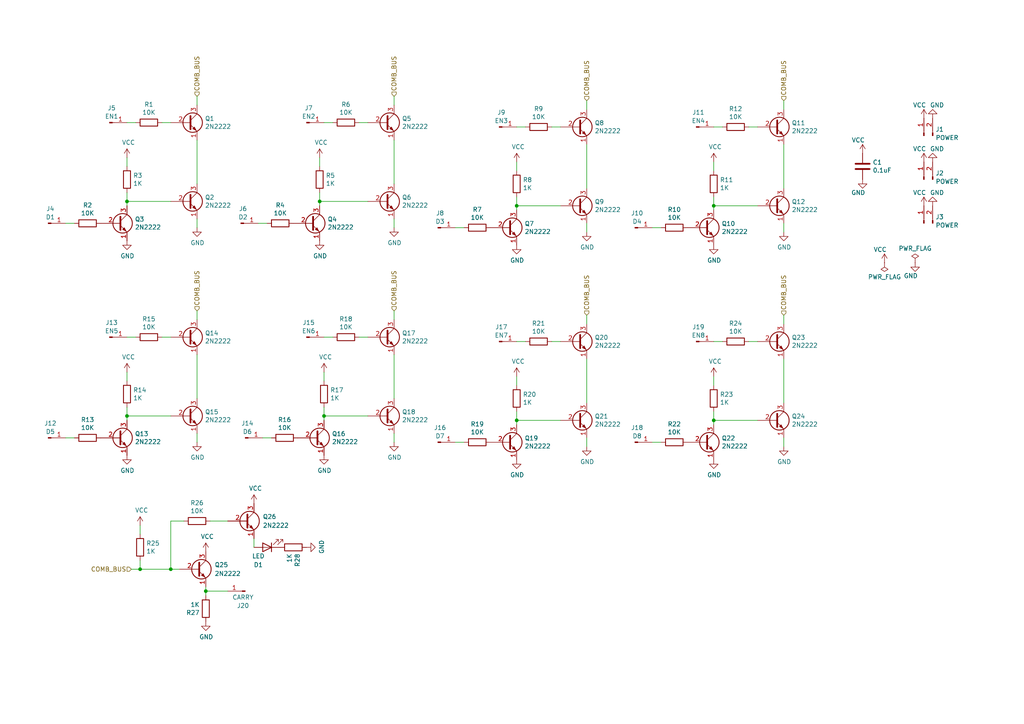
<source format=kicad_sch>
(kicad_sch (version 20230121) (generator eeschema)
  (paper "A4")
  (title_block (title "Carry Out Selector") (date "2023-09-14") (rev "1"))
  (lib_symbols
    (symbol "2n2222:2N2222" (pin_names (offset 0) hide)
      (property "Reference" "Q" (at 5.08 1.905 0))
      (property "Value" "2N2222" (at 5.08 0 0))
      (symbol "2N2222_0_1"
        (polyline (pts (xy 0.635 0.635) (xy 2.54 2.54)))
        (polyline (pts (xy 0.635 -0.635) (xy 2.54 -2.54) (xy 2.54 -2.54)))
        (polyline (pts (xy 0.635 1.905) (xy 0.635 -1.905) (xy 0.635 -1.905)) (stroke (width 0.508)))
        (polyline (pts (xy 1.27 -1.778) (xy 1.778 -1.27) (xy 2.286 -2.286) (xy 1.27 -1.778) (xy 1.27 -1.778)) (fill (type outline)))
        (circle (center 1.27 0) (radius 2.8194) (stroke (width 0.254)))
      )
      (symbol "2N2222_1_1"
        (pin passive line (at 2.54 -5.08 90) (length 2.54) (name "E") (number "1"))
        (pin passive line (at -5.08 0 0) (length 5.715) (name "B") (number "2"))
        (pin passive line (at 2.54 5.08 270) (length 2.54) (name "C") (number "3"))
      )
    )
    (symbol "Connector:Conn_01x01_Pin" (pin_names (offset 1.016) hide)
      (property "Reference" "J" (at 0 2.54 0))
      (property "Value" "Conn_01x01_Pin" (at 0 -2.54 0))
      (symbol "Conn_01x01_Pin_1_1"
        (polyline (pts (xy 1.27 0) (xy 0.8636 0)) (stroke (width 0.1524)))
        (rectangle (start 0.8636 0.127) (end 0 -0.127) (stroke (width 0.1524)) (fill (type outline)))
        (pin passive line (at 5.08 0 180) (length 3.81) (name "Pin_1") (number "1"))
      )
    )
    (symbol "Connector:Conn_01x02_Pin" (pin_names (offset 1.016) hide)
      (property "Reference" "J" (at 0 2.54 0))
      (property "Value" "Conn_01x02_Pin" (at 0 -5.08 0))
      (symbol "Conn_01x02_Pin_1_1"
        (polyline (pts (xy 1.27 -2.54) (xy 0.8636 -2.54)) (stroke (width 0.1524)))
        (polyline (pts (xy 1.27 0) (xy 0.8636 0)) (stroke (width 0.1524)))
        (rectangle (start 0.8636 -2.413) (end 0 -2.667) (stroke (width 0.1524)) (fill (type outline)))
        (rectangle (start 0.8636 0.127) (end 0 -0.127) (stroke (width 0.1524)) (fill (type outline)))
        (pin passive line (at 5.08 0 180) (length 3.81) (name "Pin_1") (number "1"))
        (pin passive line (at 5.08 -2.54 180) (length 3.81) (name "Pin_2") (number "2"))
      )
    )
    (symbol "Device:C" (pin_numbers hide) (pin_names (offset 0.254))
      (property "Reference" "C" (at 0.635 2.54 0))
      (property "Value" "C" (at 0.635 -2.54 0))
      (symbol "C_0_1"
        (polyline (pts (xy -2.032 -0.762) (xy 2.032 -0.762)) (stroke (width 0.508)))
        (polyline (pts (xy -2.032 0.762) (xy 2.032 0.762)) (stroke (width 0.508)))
      )
      (symbol "C_1_1"
        (pin passive line (at 0 3.81 270) (length 2.794) (name "~") (number "1"))
        (pin passive line (at 0 -3.81 90) (length 2.794) (name "~") (number "2"))
      )
    )
    (symbol "Device:LED" (pin_numbers hide) (pin_names (offset 1.016) hide)
      (property "Reference" "D" (at 0 2.54 0))
      (property "Value" "LED" (at 0 -2.54 0))
      (symbol "LED_0_1"
        (polyline (pts (xy -1.27 -1.27) (xy -1.27 1.27)) (stroke (width 0.254)))
        (polyline (pts (xy -1.27 0) (xy 1.27 0)))
        (polyline (pts (xy 1.27 -1.27) (xy 1.27 1.27) (xy -1.27 0) (xy 1.27 -1.27)) (stroke (width 0.254)))
        (polyline (pts (xy -3.048 -0.762) (xy -4.572 -2.286) (xy -3.81 -2.286) (xy -4.572 -2.286) (xy -4.572 -1.524)))
        (polyline (pts (xy -1.778 -0.762) (xy -3.302 -2.286) (xy -2.54 -2.286) (xy -3.302 -2.286) (xy -3.302 -1.524)))
      )
      (symbol "LED_1_1"
        (pin passive line (at -3.81 0 0) (length 2.54) (name "K") (number "1"))
        (pin passive line (at 3.81 0 180) (length 2.54) (name "A") (number "2"))
      )
    )
    (symbol "Device:R" (pin_numbers hide) (pin_names (offset 0))
      (property "Reference" "R" (at 2.032 0 90))
      (property "Value" "R" (at 0 0 90))
      (symbol "R_0_1"
        (rectangle (start -1.016 -2.54) (end 1.016 2.54) (stroke (width 0.254)))
      )
      (symbol "R_1_1"
        (pin passive line (at 0 3.81 270) (length 1.27) (name "~") (number "1"))
        (pin passive line (at 0 -3.81 90) (length 1.27) (name "~") (number "2"))
      )
    )
    (symbol "power:GND" (power) (pin_names (offset 0))
      (property "Value" "GND" (at 0 -3.81 0))
      (symbol "GND_0_1"
        (polyline (pts (xy 0 0) (xy 0 -1.27) (xy 1.27 -1.27) (xy 0 -2.54) (xy -1.27 -1.27) (xy 0 -1.27)))
      )
      (symbol "GND_1_1"
        (pin power_in line (at 0 0 270) (length 0) hide (name "GND") (number "1"))
      )
    )
    (symbol "power:PWR_FLAG" (power) (pin_numbers hide) (pin_names (offset 0) hide)
      (property "Value" "PWR_FLAG" (at 0 3.81 0))
      (symbol "PWR_FLAG_0_0"
        (pin power_out line (at 0 0 90) (length 0) (name "pwr") (number "1"))
      )
      (symbol "PWR_FLAG_0_1"
        (polyline (pts (xy 0 0) (xy 0 1.27) (xy -1.016 1.905) (xy 0 2.54) (xy 1.016 1.905) (xy 0 1.27)))
      )
    )
    (symbol "power:VCC" (power) (pin_names (offset 0))
      (property "Value" "VCC" (at 0 3.81 0))
      (symbol "VCC_0_1"
        (polyline (pts (xy -0.762 1.27) (xy 0 2.54)))
        (polyline (pts (xy 0 0) (xy 0 2.54)))
        (polyline (pts (xy 0 2.54) (xy 0.762 1.27)))
      )
      (symbol "VCC_1_1"
        (pin power_in line (at 0 0 90) (length 0) hide (name "VCC") (number "1"))
      )
    )
  )
  (junction (at 59.69 171.45))
  (junction (at 36.83 58.42))
  (junction (at 40.64 165.1))
  (junction (at 149.86 121.92))
  (junction (at 92.71 58.42))
  (junction (at 207.01 121.92))
  (junction (at 207.01 59.69))
  (junction (at 49.53 165.1))
  (junction (at 93.98 120.65))
  (junction (at 149.86 59.69))
  (junction (at 36.83 120.65))
  (wire (pts (xy 92.71 58.42) (xy 106.68 58.42)))
  (wire (pts (xy 149.86 36.83) (xy 152.4 36.83)))
  (wire (pts (xy 170.18 29.21) (xy 170.18 31.75)))
  (wire (pts (xy 40.64 154.94) (xy 40.64 152.4)))
  (wire (pts (xy 207.01 59.69) (xy 207.01 60.96)))
  (wire (pts (xy 227.33 41.91) (xy 227.33 54.61)))
  (wire (pts (xy 92.71 48.26) (xy 92.71 45.72)))
  (wire (pts (xy 78.74 127) (xy 76.2 127)))
  (wire (pts (xy 227.33 91.44) (xy 227.33 93.98)))
  (wire (pts (xy 36.83 35.56) (xy 39.37 35.56)))
  (wire (pts (xy 104.14 35.56) (xy 106.68 35.56)))
  (wire (pts (xy 149.86 49.53) (xy 149.86 46.99)))
  (wire (pts (xy 160.02 36.83) (xy 162.56 36.83)))
  (wire (pts (xy 60.96 151.13) (xy 66.04 151.13)))
  (wire (pts (xy 93.98 110.49) (xy 93.98 107.95)))
  (wire (pts (xy 36.83 58.42) (xy 49.53 58.42)))
  (wire (pts (xy 59.69 170.18) (xy 59.69 171.45)))
  (wire (pts (xy 170.18 64.77) (xy 170.18 67.31)))
  (wire (pts (xy 191.77 128.27) (xy 189.23 128.27)))
  (wire (pts (xy 40.64 165.1) (xy 49.53 165.1)))
  (wire (pts (xy 207.01 119.38) (xy 207.01 121.92)))
  (wire (pts (xy 227.33 104.14) (xy 227.33 116.84)))
  (wire (pts (xy 207.01 121.92) (xy 219.71 121.92)))
  (wire (pts (xy 93.98 120.65) (xy 106.68 120.65)))
  (wire (pts (xy 149.86 119.38) (xy 149.86 121.92)))
  (wire (pts (xy 46.99 35.56) (xy 49.53 35.56)))
  (wire (pts (xy 217.17 36.83) (xy 219.71 36.83)))
  (wire (pts (xy 149.86 57.15) (xy 149.86 59.69)))
  (wire (pts (xy 36.83 120.65) (xy 49.53 120.65)))
  (wire (pts (xy 92.71 55.88) (xy 92.71 58.42)))
  (wire (pts (xy 36.83 58.42) (xy 36.83 59.69)))
  (wire (pts (xy 38.1 165.1) (xy 40.64 165.1)))
  (wire (pts (xy 104.14 97.79) (xy 106.68 97.79)))
  (wire (pts (xy 93.98 120.65) (xy 93.98 121.92)))
  (wire (pts (xy 207.01 59.69) (xy 219.71 59.69)))
  (wire (pts (xy 93.98 118.11) (xy 93.98 120.65)))
  (wire (pts (xy 170.18 127) (xy 170.18 129.54)))
  (wire (pts (xy 170.18 104.14) (xy 170.18 116.84)))
  (wire (pts (xy 57.15 102.87) (xy 57.15 115.57)))
  (wire (pts (xy 191.77 66.04) (xy 189.23 66.04)))
  (wire (pts (xy 49.53 151.13) (xy 53.34 151.13)))
  (wire (pts (xy 149.86 121.92) (xy 149.86 123.19)))
  (wire (pts (xy 36.83 55.88) (xy 36.83 58.42)))
  (wire (pts (xy 57.15 40.64) (xy 57.15 53.34)))
  (wire (pts (xy 114.3 90.17) (xy 114.3 92.71)))
  (wire (pts (xy 52.07 165.1) (xy 49.53 165.1)))
  (wire (pts (xy 149.86 99.06) (xy 152.4 99.06)))
  (wire (pts (xy 59.69 171.45) (xy 59.69 172.72)))
  (wire (pts (xy 40.64 165.1) (xy 40.64 162.56)))
  (wire (pts (xy 36.83 97.79) (xy 39.37 97.79)))
  (wire (pts (xy 160.02 99.06) (xy 162.56 99.06)))
  (wire (pts (xy 170.18 91.44) (xy 170.18 93.98)))
  (wire (pts (xy 227.33 29.21) (xy 227.33 31.75)))
  (wire (pts (xy 207.01 121.92) (xy 207.01 123.19)))
  (wire (pts (xy 207.01 36.83) (xy 209.55 36.83)))
  (wire (pts (xy 149.86 59.69) (xy 162.56 59.69)))
  (wire (pts (xy 57.15 125.73) (xy 57.15 128.27)))
  (wire (pts (xy 92.71 58.42) (xy 92.71 59.69)))
  (wire (pts (xy 57.15 63.5) (xy 57.15 66.04)))
  (wire (pts (xy 21.59 64.77) (xy 19.05 64.77)))
  (wire (pts (xy 114.3 125.73) (xy 114.3 128.27)))
  (wire (pts (xy 207.01 99.06) (xy 209.55 99.06)))
  (wire (pts (xy 36.83 110.49) (xy 36.83 107.95)))
  (wire (pts (xy 93.98 35.56) (xy 96.52 35.56)))
  (wire (pts (xy 114.3 63.5) (xy 114.3 66.04)))
  (wire (pts (xy 207.01 111.76) (xy 207.01 109.22)))
  (wire (pts (xy 59.69 171.45) (xy 66.04 171.45)))
  (wire (pts (xy 207.01 57.15) (xy 207.01 59.69)))
  (wire (pts (xy 21.59 127) (xy 19.05 127)))
  (wire (pts (xy 73.66 156.21) (xy 73.66 158.75)))
  (wire (pts (xy 57.15 90.17) (xy 57.15 92.71)))
  (wire (pts (xy 36.83 48.26) (xy 36.83 45.72)))
  (wire (pts (xy 57.15 27.94) (xy 57.15 30.48)))
  (wire (pts (xy 114.3 27.94) (xy 114.3 30.48)))
  (wire (pts (xy 36.83 120.65) (xy 36.83 121.92)))
  (wire (pts (xy 149.86 59.69) (xy 149.86 60.96)))
  (wire (pts (xy 207.01 49.53) (xy 207.01 46.99)))
  (wire (pts (xy 227.33 127) (xy 227.33 129.54)))
  (wire (pts (xy 134.62 128.27) (xy 132.08 128.27)))
  (wire (pts (xy 170.18 41.91) (xy 170.18 54.61)))
  (wire (pts (xy 149.86 121.92) (xy 162.56 121.92)))
  (wire (pts (xy 93.98 97.79) (xy 96.52 97.79)))
  (wire (pts (xy 77.47 64.77) (xy 74.93 64.77)))
  (wire (pts (xy 114.3 40.64) (xy 114.3 53.34)))
  (wire (pts (xy 36.83 118.11) (xy 36.83 120.65)))
  (wire (pts (xy 149.86 111.76) (xy 149.86 109.22)))
  (wire (pts (xy 134.62 66.04) (xy 132.08 66.04)))
  (wire (pts (xy 217.17 99.06) (xy 219.71 99.06)))
  (wire (pts (xy 114.3 102.87) (xy 114.3 115.57)))
  (wire (pts (xy 46.99 97.79) (xy 49.53 97.79)))
  (wire (pts (xy 227.33 64.77) (xy 227.33 67.31)))
  (wire (pts (xy 49.53 165.1) (xy 49.53 151.13)))
  (hierarchical_label "COMB_BUS" (shape input) (at 57.15 27.94 90))
  (hierarchical_label "COMB_BUS" (shape input) (at 38.1 165.1 180))
  (hierarchical_label "COMB_BUS" (shape input) (at 114.3 90.17 90))
  (hierarchical_label "COMB_BUS" (shape input) (at 170.18 29.21 90))
  (hierarchical_label "COMB_BUS" (shape input) (at 114.3 27.94 90))
  (hierarchical_label "COMB_BUS" (shape input) (at 170.18 91.44 90))
  (hierarchical_label "COMB_BUS" (shape input) (at 227.33 29.21 90))
  (hierarchical_label "COMB_BUS" (shape input) (at 57.15 90.17 90))
  (hierarchical_label "COMB_BUS" (shape input) (at 227.33 91.44 90))
  (symbol (lib_id "power:GND") (at 92.71 69.85 0) (unit 1)
    (property "Reference" "#PWR013" (effects hide))
    (property "Value" "GND" (at 92.837 74.2442 0))
  )
  (symbol (lib_id "Device:R") (at 59.69 176.53 180) (unit 1)
    (property "Reference" "R27" (at 57.912 177.6984 0) (effects (justify left)))
    (property "Value" "1K" (at 57.912 175.387 0) (effects (justify left)))
    (property "Footprint" "Resistor_THT:R_Axial_DIN0309_L9.0mm_D3.2mm_P12.70mm_Horizontal" (effects hide))
  )
  (symbol (lib_id "power:GND") (at 270.51 46.99 180) (unit 1)
    (property "Reference" "#PWR07" (effects hide))
    (property "Value" "GND" (at 271.78 43.18 0))
  )
  (symbol (lib_id "2n2222:2N2222") (at 90.17 64.77 0) (unit 1)
    (property "Reference" "Q4" (at 94.996 63.6016 0) (effects (justify left)))
    (property "Value" "2N2222" (at 94.996 65.913 0) (effects (justify left)))
    (property "Footprint" "Package_TO_SOT_THT:TO-92_Inline" (effects hide))
    (property "Datasheet" "https://www.fairchildsemi.com/datasheets/2N/2N3904.pdf" (effects hide))
  )
  (symbol (lib_id "Device:R") (at 213.36 36.83 270) (unit 1)
    (property "Reference" "R12" (at 213.36 31.5722 90))
    (property "Value" "10K" (at 213.36 33.8836 90))
    (property "Footprint" "Resistor_THT:R_Axial_DIN0309_L9.0mm_D3.2mm_P12.70mm_Horizontal" (effects hide))
  )
  (symbol (lib_id "power:GND") (at 207.01 133.35 0) (unit 1)
    (property "Reference" "#PWR031" (effects hide))
    (property "Value" "GND" (at 207.137 137.7442 0))
  )
  (symbol (lib_id "Connector:Conn_01x01_Pin") (at 31.75 97.79 0) (unit 1)
    (property "Reference" "J13" (at 32.385 93.5695 0))
    (property "Value" "EN5" (at 32.385 95.9937 0))
    (property "Footprint" "Connector_PinHeader_2.54mm:PinHeader_1x01_P2.54mm_Vertical" (effects hide))
  )
  (symbol (lib_id "Device:R") (at 207.01 53.34 180) (unit 1)
    (property "Reference" "R11" (at 208.788 52.1716 0) (effects (justify right)))
    (property "Value" "1K" (at 208.788 54.483 0) (effects (justify right)))
    (property "Footprint" "Resistor_THT:R_Axial_DIN0309_L9.0mm_D3.2mm_P12.70mm_Horizontal" (effects hide))
  )
  (symbol (lib_id "Connector:Conn_01x02_Pin") (at 267.97 64.77 90) (unit 1)
    (property "Reference" "J3" (at 271.3482 62.9229 90) (effects (justify right)))
    (property "Value" "POWER" (at 271.3482 65.3471 90) (effects (justify right)))
    (property "Footprint" "Connector_PinHeader_2.54mm:PinHeader_1x02_P2.54mm_Vertical" (effects hide))
  )
  (symbol (lib_id "power:VCC") (at 207.01 109.22 0) (unit 1)
    (property "Reference" "#PWR030" (effects hide))
    (property "Value" "VCC" (at 207.4418 104.8258 0))
  )
  (symbol (lib_id "Device:R") (at 40.64 158.75 180) (unit 1)
    (property "Reference" "R25" (at 42.418 157.5816 0) (effects (justify right)))
    (property "Value" "1K" (at 42.418 159.893 0) (effects (justify right)))
    (property "Footprint" "Resistor_THT:R_Axial_DIN0309_L9.0mm_D3.2mm_P12.70mm_Horizontal" (effects hide))
  )
  (symbol (lib_id "Connector:Conn_01x01_Pin") (at 71.12 171.45 180) (unit 1)
    (property "Reference" "J20" (at 70.485 175.6705 0))
    (property "Value" "CARRY" (at 70.485 173.2463 0))
    (property "Footprint" "Connector_PinHeader_2.54mm:PinHeader_1x01_P2.54mm_Vertical" (effects hide))
  )
  (symbol (lib_id "power:GND") (at 149.86 71.12 0) (unit 1)
    (property "Reference" "#PWR016" (effects hide))
    (property "Value" "GND" (at 149.987 75.5142 0))
  )
  (symbol (lib_id "power:GND") (at 149.86 133.35 0) (unit 1)
    (property "Reference" "#PWR028" (effects hide))
    (property "Value" "GND" (at 149.987 137.7442 0))
  )
  (symbol (lib_id "2n2222:2N2222") (at 54.61 120.65 0) (unit 1)
    (property "Reference" "Q15" (at 59.436 119.4816 0) (effects (justify left)))
    (property "Value" "2N2222" (at 59.436 121.793 0) (effects (justify left)))
    (property "Footprint" "Package_TO_SOT_THT:TO-92_Inline" (effects hide))
    (property "Datasheet" "https://www.fairchildsemi.com/datasheets/2N/2N3904.pdf" (effects hide))
  )
  (symbol (lib_id "Connector:Conn_01x01_Pin") (at 13.97 64.77 0) (unit 1)
    (property "Reference" "J4" (at 14.605 60.5495 0))
    (property "Value" "D1" (at 14.605 62.9737 0))
    (property "Footprint" "Connector_PinHeader_2.54mm:PinHeader_1x01_P2.54mm_Vertical" (effects hide))
  )
  (symbol (lib_id "2n2222:2N2222") (at 167.64 121.92 0) (unit 1)
    (property "Reference" "Q21" (at 172.466 120.7516 0) (effects (justify left)))
    (property "Value" "2N2222" (at 172.466 123.063 0) (effects (justify left)))
    (property "Footprint" "Package_TO_SOT_THT:TO-92_Inline" (effects hide))
    (property "Datasheet" "https://www.fairchildsemi.com/datasheets/2N/2N3904.pdf" (effects hide))
  )
  (symbol (lib_id "2n2222:2N2222") (at 204.47 128.27 0) (unit 1)
    (property "Reference" "Q22" (at 209.296 127.1016 0) (effects (justify left)))
    (property "Value" "2N2222" (at 209.296 129.413 0) (effects (justify left)))
    (property "Footprint" "Package_TO_SOT_THT:TO-92_Inline" (effects hide))
    (property "Datasheet" "https://www.fairchildsemi.com/datasheets/2N/2N3904.pdf" (effects hide))
  )
  (symbol (lib_id "2n2222:2N2222") (at 147.32 66.04 0) (unit 1)
    (property "Reference" "Q7" (at 152.146 64.8716 0) (effects (justify left)))
    (property "Value" "2N2222" (at 152.146 67.183 0) (effects (justify left)))
    (property "Footprint" "Package_TO_SOT_THT:TO-92_Inline" (effects hide))
    (property "Datasheet" "https://www.fairchildsemi.com/datasheets/2N/2N3904.pdf" (effects hide))
  )
  (symbol (lib_id "Device:R") (at 195.58 128.27 270) (unit 1)
    (property "Reference" "R22" (at 195.58 123.0122 90))
    (property "Value" "10K" (at 195.58 125.3236 90))
    (property "Footprint" "Resistor_THT:R_Axial_DIN0309_L9.0mm_D3.2mm_P12.70mm_Horizontal" (effects hide))
  )
  (symbol (lib_id "Connector:Conn_01x01_Pin") (at 127 66.04 0) (unit 1)
    (property "Reference" "J8" (at 127.635 61.8195 0))
    (property "Value" "D3" (at 127.635 64.2437 0))
    (property "Footprint" "Connector_PinHeader_2.54mm:PinHeader_1x01_P2.54mm_Vertical" (effects hide))
  )
  (symbol (lib_id "Connector:Conn_01x01_Pin") (at 69.85 64.77 0) (unit 1)
    (property "Reference" "J6" (at 70.485 60.5495 0))
    (property "Value" "D2" (at 70.485 62.9737 0))
    (property "Footprint" "Connector_PinHeader_2.54mm:PinHeader_1x01_P2.54mm_Vertical" (effects hide))
  )
  (symbol (lib_id "power:PWR_FLAG") (at 256.54 76.2 180) (unit 1)
    (property "Reference" "#FLG01" (effects hide))
    (property "Value" "PWR_FLAG" (at 256.54 80.3331 0))
  )
  (symbol (lib_id "Connector:Conn_01x02_Pin") (at 267.97 39.37 90) (unit 1)
    (property "Reference" "J1" (at 271.3482 37.5229 90) (effects (justify right)))
    (property "Value" "POWER" (at 271.3482 39.9471 90) (effects (justify right)))
    (property "Footprint" "Connector_PinHeader_2.54mm:PinHeader_1x02_P2.54mm_Vertical" (effects hide))
  )
  (symbol (lib_id "power:VCC") (at 207.01 46.99 0) (unit 1)
    (property "Reference" "#PWR018" (effects hide))
    (property "Value" "VCC" (at 207.4418 42.5958 0))
  )
  (symbol (lib_id "2n2222:2N2222") (at 54.61 97.79 0) (unit 1)
    (property "Reference" "Q14" (at 59.436 96.6216 0) (effects (justify left)))
    (property "Value" "2N2222" (at 59.436 98.933 0) (effects (justify left)))
    (property "Footprint" "Package_TO_SOT_THT:TO-92_Inline" (effects hide))
    (property "Datasheet" "https://www.fairchildsemi.com/datasheets/2N/2N3904.pdf" (effects hide))
  )
  (symbol (lib_id "power:VCC") (at 267.97 46.99 0) (unit 1)
    (property "Reference" "#PWR02" (effects hide))
    (property "Value" "VCC" (at 266.7 43.18 0))
  )
  (symbol (lib_id "Device:R") (at 156.21 36.83 270) (unit 1)
    (property "Reference" "R9" (at 156.21 31.5722 90))
    (property "Value" "10K" (at 156.21 33.8836 90))
    (property "Footprint" "Resistor_THT:R_Axial_DIN0309_L9.0mm_D3.2mm_P12.70mm_Horizontal" (effects hide))
  )
  (symbol (lib_id "Device:R") (at 207.01 115.57 180) (unit 1)
    (property "Reference" "R23" (at 208.788 114.4016 0) (effects (justify right)))
    (property "Value" "1K" (at 208.788 116.713 0) (effects (justify right)))
    (property "Footprint" "Resistor_THT:R_Axial_DIN0309_L9.0mm_D3.2mm_P12.70mm_Horizontal" (effects hide))
  )
  (symbol (lib_id "power:GND") (at 227.33 129.54 0) (unit 1)
    (property "Reference" "#PWR032" (effects hide))
    (property "Value" "GND" (at 227.457 133.9342 0))
  )
  (symbol (lib_id "2n2222:2N2222") (at 204.47 66.04 0) (unit 1)
    (property "Reference" "Q10" (at 209.296 64.8716 0) (effects (justify left)))
    (property "Value" "2N2222" (at 209.296 67.183 0) (effects (justify left)))
    (property "Footprint" "Package_TO_SOT_THT:TO-92_Inline" (effects hide))
    (property "Datasheet" "https://www.fairchildsemi.com/datasheets/2N/2N3904.pdf" (effects hide))
  )
  (symbol (lib_id "2n2222:2N2222") (at 34.29 127 0) (unit 1)
    (property "Reference" "Q13" (at 39.116 125.8316 0) (effects (justify left)))
    (property "Value" "2N2222" (at 39.116 128.143 0) (effects (justify left)))
    (property "Footprint" "Package_TO_SOT_THT:TO-92_Inline" (effects hide))
    (property "Datasheet" "https://www.fairchildsemi.com/datasheets/2N/2N3904.pdf" (effects hide))
  )
  (symbol (lib_id "Device:R") (at 36.83 52.07 180) (unit 1)
    (property "Reference" "R3" (at 38.608 50.9016 0) (effects (justify right)))
    (property "Value" "1K" (at 38.608 53.213 0) (effects (justify right)))
    (property "Footprint" "Resistor_THT:R_Axial_DIN0309_L9.0mm_D3.2mm_P12.70mm_Horizontal" (effects hide))
  )
  (symbol (lib_id "Device:R") (at 195.58 66.04 270) (unit 1)
    (property "Reference" "R10" (at 195.58 60.7822 90))
    (property "Value" "10K" (at 195.58 63.0936 90))
    (property "Footprint" "Resistor_THT:R_Axial_DIN0309_L9.0mm_D3.2mm_P12.70mm_Horizontal" (effects hide))
  )
  (symbol (lib_id "power:GND") (at 227.33 67.31 0) (unit 1)
    (property "Reference" "#PWR020" (effects hide))
    (property "Value" "GND" (at 227.457 71.7042 0))
  )
  (symbol (lib_id "power:VCC") (at 40.64 152.4 0) (unit 1)
    (property "Reference" "#PWR033" (effects hide))
    (property "Value" "VCC" (at 41.0718 148.0058 0))
  )
  (symbol (lib_id "2n2222:2N2222") (at 224.79 121.92 0) (unit 1)
    (property "Reference" "Q24" (at 229.616 120.7516 0) (effects (justify left)))
    (property "Value" "2N2222" (at 229.616 123.063 0) (effects (justify left)))
    (property "Footprint" "Package_TO_SOT_THT:TO-92_Inline" (effects hide))
    (property "Datasheet" "https://www.fairchildsemi.com/datasheets/2N/2N3904.pdf" (effects hide))
  )
  (symbol (lib_id "Device:R") (at 25.4 127 270) (unit 1)
    (property "Reference" "R13" (at 25.4 121.7422 90))
    (property "Value" "10K" (at 25.4 124.0536 90))
    (property "Footprint" "Resistor_THT:R_Axial_DIN0309_L9.0mm_D3.2mm_P12.70mm_Horizontal" (effects hide))
  )
  (symbol (lib_id "power:VCC") (at 149.86 109.22 0) (unit 1)
    (property "Reference" "#PWR027" (effects hide))
    (property "Value" "VCC" (at 150.2918 104.8258 0))
  )
  (symbol (lib_id "Device:R") (at 81.28 64.77 270) (unit 1)
    (property "Reference" "R4" (at 81.28 59.5122 90))
    (property "Value" "10K" (at 81.28 61.8236 90))
    (property "Footprint" "Resistor_THT:R_Axial_DIN0309_L9.0mm_D3.2mm_P12.70mm_Horizontal" (effects hide))
  )
  (symbol (lib_id "power:VCC") (at 250.19 44.45 0) (unit 1)
    (property "Reference" "#PWR04" (effects hide))
    (property "Value" "VCC" (at 248.92 40.64 0))
  )
  (symbol (lib_id "Device:R") (at 85.09 158.75 270) (unit 1)
    (property "Reference" "R28" (at 86.2584 160.528 0) (effects (justify left)))
    (property "Value" "1K" (at 83.947 160.528 0) (effects (justify left)))
    (property "Footprint" "Resistor_THT:R_Axial_DIN0309_L9.0mm_D3.2mm_P12.70mm_Horizontal" (effects hide))
  )
  (symbol (lib_id "Connector:Conn_01x01_Pin") (at 88.9 35.56 0) (unit 1)
    (property "Reference" "J7" (at 89.535 31.3395 0))
    (property "Value" "EN2" (at 89.535 33.7637 0))
    (property "Footprint" "Connector_PinHeader_2.54mm:PinHeader_1x01_P2.54mm_Vertical" (effects hide))
  )
  (symbol (lib_id "Connector:Conn_01x01_Pin") (at 184.15 128.27 0) (unit 1)
    (property "Reference" "J18" (at 184.785 124.0495 0))
    (property "Value" "D8" (at 184.785 126.4737 0))
    (property "Footprint" "Connector_PinHeader_2.54mm:PinHeader_1x01_P2.54mm_Vertical" (effects hide))
  )
  (symbol (lib_id "power:GND") (at 265.43 76.2 0) (unit 1)
    (property "Reference" "#PWR039" (effects hide))
    (property "Value" "GND" (at 264.16 80.01 0))
  )
  (symbol (lib_id "power:GND") (at 270.51 34.29 180) (unit 1)
    (property "Reference" "#PWR06" (effects hide))
    (property "Value" "GND" (at 271.78 30.48 0))
  )
  (symbol (lib_id "power:GND") (at 88.9 158.75 90) (unit 1)
    (property "Reference" "#PWR037" (effects hide))
    (property "Value" "GND" (at 93.2942 158.623 0))
  )
  (symbol (lib_id "Device:R") (at 36.83 114.3 180) (unit 1)
    (property "Reference" "R14" (at 38.608 113.1316 0) (effects (justify right)))
    (property "Value" "1K" (at 38.608 115.443 0) (effects (justify right)))
    (property "Footprint" "Resistor_THT:R_Axial_DIN0309_L9.0mm_D3.2mm_P12.70mm_Horizontal" (effects hide))
  )
  (symbol (lib_id "Device:R") (at 43.18 97.79 270) (unit 1)
    (property "Reference" "R15" (at 43.18 92.5322 90))
    (property "Value" "10K" (at 43.18 94.8436 90))
    (property "Footprint" "Resistor_THT:R_Axial_DIN0309_L9.0mm_D3.2mm_P12.70mm_Horizontal" (effects hide))
  )
  (symbol (lib_id "2n2222:2N2222") (at 57.15 165.1 0) (unit 1)
    (property "Reference" "Q25" (at 62.23 163.83 0) (effects (justify left)))
    (property "Value" "2N2222" (at 62.23 166.37 0) (effects (justify left)))
    (property "Footprint" "Package_TO_SOT_THT:TO-92_Inline" (effects hide))
    (property "Datasheet" "https://www.fairchildsemi.com/datasheets/2N/2N3904.pdf" (effects hide))
  )
  (symbol (lib_id "Device:R") (at 93.98 114.3 180) (unit 1)
    (property "Reference" "R17" (at 95.758 113.1316 0) (effects (justify right)))
    (property "Value" "1K" (at 95.758 115.443 0) (effects (justify right)))
    (property "Footprint" "Resistor_THT:R_Axial_DIN0309_L9.0mm_D3.2mm_P12.70mm_Horizontal" (effects hide))
  )
  (symbol (lib_id "2n2222:2N2222") (at 111.76 97.79 0) (unit 1)
    (property "Reference" "Q17" (at 116.586 96.6216 0) (effects (justify left)))
    (property "Value" "2N2222" (at 116.586 98.933 0) (effects (justify left)))
    (property "Footprint" "Package_TO_SOT_THT:TO-92_Inline" (effects hide))
    (property "Datasheet" "https://www.fairchildsemi.com/datasheets/2N/2N3904.pdf" (effects hide))
  )
  (symbol (lib_id "power:VCC") (at 256.54 76.2 0) (unit 1)
    (property "Reference" "#PWR038" (effects hide))
    (property "Value" "VCC" (at 255.27 72.39 0))
  )
  (symbol (lib_id "2n2222:2N2222") (at 224.79 99.06 0) (unit 1)
    (property "Reference" "Q23" (at 229.616 97.8916 0) (effects (justify left)))
    (property "Value" "2N2222" (at 229.616 100.203 0) (effects (justify left)))
    (property "Footprint" "Package_TO_SOT_THT:TO-92_Inline" (effects hide))
    (property "Datasheet" "https://www.fairchildsemi.com/datasheets/2N/2N3904.pdf" (effects hide))
  )
  (symbol (lib_id "2n2222:2N2222") (at 111.76 58.42 0) (unit 1)
    (property "Reference" "Q6" (at 116.586 57.2516 0) (effects (justify left)))
    (property "Value" "2N2222" (at 116.586 59.563 0) (effects (justify left)))
    (property "Footprint" "Package_TO_SOT_THT:TO-92_Inline" (effects hide))
    (property "Datasheet" "https://www.fairchildsemi.com/datasheets/2N/2N3904.pdf" (effects hide))
  )
  (symbol (lib_id "2n2222:2N2222") (at 91.44 127 0) (unit 1)
    (property "Reference" "Q16" (at 96.266 125.8316 0) (effects (justify left)))
    (property "Value" "2N2222" (at 96.266 128.143 0) (effects (justify left)))
    (property "Footprint" "Package_TO_SOT_THT:TO-92_Inline" (effects hide))
    (property "Datasheet" "https://www.fairchildsemi.com/datasheets/2N/2N3904.pdf" (effects hide))
  )
  (symbol (lib_id "2n2222:2N2222") (at 224.79 36.83 0) (unit 1)
    (property "Reference" "Q11" (at 229.616 35.6616 0) (effects (justify left)))
    (property "Value" "2N2222" (at 229.616 37.973 0) (effects (justify left)))
    (property "Footprint" "Package_TO_SOT_THT:TO-92_Inline" (effects hide))
    (property "Datasheet" "https://www.fairchildsemi.com/datasheets/2N/2N3904.pdf" (effects hide))
  )
  (symbol (lib_id "Device:R") (at 138.43 66.04 270) (unit 1)
    (property "Reference" "R7" (at 138.43 60.7822 90))
    (property "Value" "10K" (at 138.43 63.0936 90))
    (property "Footprint" "Resistor_THT:R_Axial_DIN0309_L9.0mm_D3.2mm_P12.70mm_Horizontal" (effects hide))
  )
  (symbol (lib_id "Device:R") (at 82.55 127 270) (unit 1)
    (property "Reference" "R16" (at 82.55 121.7422 90))
    (property "Value" "10K" (at 82.55 124.0536 90))
    (property "Footprint" "Resistor_THT:R_Axial_DIN0309_L9.0mm_D3.2mm_P12.70mm_Horizontal" (effects hide))
  )
  (symbol (lib_id "2n2222:2N2222") (at 224.79 59.69 0) (unit 1)
    (property "Reference" "Q12" (at 229.616 58.5216 0) (effects (justify left)))
    (property "Value" "2N2222" (at 229.616 60.833 0) (effects (justify left)))
    (property "Footprint" "Package_TO_SOT_THT:TO-92_Inline" (effects hide))
    (property "Datasheet" "https://www.fairchildsemi.com/datasheets/2N/2N3904.pdf" (effects hide))
  )
  (symbol (lib_id "power:VCC") (at 267.97 34.29 0) (unit 1)
    (property "Reference" "#PWR01" (effects hide))
    (property "Value" "VCC" (at 266.7 30.48 0))
  )
  (symbol (lib_id "power:GND") (at 250.19 52.07 0) (unit 1)
    (property "Reference" "#PWR05" (effects hide))
    (property "Value" "GND" (at 248.92 55.88 0))
  )
  (symbol (lib_id "2n2222:2N2222") (at 34.29 64.77 0) (unit 1)
    (property "Reference" "Q3" (at 39.116 63.6016 0) (effects (justify left)))
    (property "Value" "2N2222" (at 39.116 65.913 0) (effects (justify left)))
    (property "Footprint" "Package_TO_SOT_THT:TO-92_Inline" (effects hide))
    (property "Datasheet" "https://www.fairchildsemi.com/datasheets/2N/2N3904.pdf" (effects hide))
  )
  (symbol (lib_id "Device:R") (at 156.21 99.06 270) (unit 1)
    (property "Reference" "R21" (at 156.21 93.8022 90))
    (property "Value" "10K" (at 156.21 96.1136 90))
    (property "Footprint" "Resistor_THT:R_Axial_DIN0309_L9.0mm_D3.2mm_P12.70mm_Horizontal" (effects hide))
  )
  (symbol (lib_id "Device:LED") (at 77.47 158.75 180) (unit 1)
    (property "Reference" "D1" (at 74.93 163.83 0))
    (property "Value" "LED" (at 74.93 161.29 0))
    (property "Footprint" "LED_THT:LED_D5.0mm" (effects hide))
  )
  (symbol (lib_id "power:VCC") (at 149.86 46.99 0) (unit 1)
    (property "Reference" "#PWR015" (effects hide))
    (property "Value" "VCC" (at 150.2918 42.5958 0))
  )
  (symbol (lib_id "power:VCC") (at 73.66 146.05 0) (unit 1)
    (property "Reference" "#PWR036" (effects hide))
    (property "Value" "VCC" (at 74.0918 141.6558 0))
  )
  (symbol (lib_id "Device:R") (at 25.4 64.77 270) (unit 1)
    (property "Reference" "R2" (at 25.4 59.5122 90))
    (property "Value" "10K" (at 25.4 61.8236 90))
    (property "Footprint" "Resistor_THT:R_Axial_DIN0309_L9.0mm_D3.2mm_P12.70mm_Horizontal" (effects hide))
  )
  (symbol (lib_id "power:VCC") (at 36.83 45.72 0) (unit 1)
    (property "Reference" "#PWR010" (effects hide))
    (property "Value" "VCC" (at 37.2618 41.3258 0))
  )
  (symbol (lib_id "power:GND") (at 57.15 128.27 0) (unit 1)
    (property "Reference" "#PWR023" (effects hide))
    (property "Value" "GND" (at 57.277 132.6642 0))
  )
  (symbol (lib_id "Device:R") (at 138.43 128.27 270) (unit 1)
    (property "Reference" "R19" (at 138.43 123.0122 90))
    (property "Value" "10K" (at 138.43 125.3236 90))
    (property "Footprint" "Resistor_THT:R_Axial_DIN0309_L9.0mm_D3.2mm_P12.70mm_Horizontal" (effects hide))
  )
  (symbol (lib_id "power:PWR_FLAG") (at 265.43 76.2 0) (unit 1)
    (property "Reference" "#FLG02" (effects hide))
    (property "Value" "PWR_FLAG" (at 265.43 72.0669 0))
  )
  (symbol (lib_id "power:GND") (at 93.98 132.08 0) (unit 1)
    (property "Reference" "#PWR025" (effects hide))
    (property "Value" "GND" (at 94.107 136.4742 0))
  )
  (symbol (lib_id "Connector:Conn_01x01_Pin") (at 13.97 127 0) (unit 1)
    (property "Reference" "J12" (at 14.605 122.7795 0))
    (property "Value" "D5" (at 14.605 125.2037 0))
    (property "Footprint" "Connector_PinHeader_2.54mm:PinHeader_1x01_P2.54mm_Vertical" (effects hide))
  )
  (symbol (lib_id "power:GND") (at 270.51 59.69 180) (unit 1)
    (property "Reference" "#PWR08" (effects hide))
    (property "Value" "GND" (at 271.78 55.88 0))
  )
  (symbol (lib_id "2n2222:2N2222") (at 147.32 128.27 0) (unit 1)
    (property "Reference" "Q19" (at 152.146 127.1016 0) (effects (justify left)))
    (property "Value" "2N2222" (at 152.146 129.413 0) (effects (justify left)))
    (property "Footprint" "Package_TO_SOT_THT:TO-92_Inline" (effects hide))
    (property "Datasheet" "https://www.fairchildsemi.com/datasheets/2N/2N3904.pdf" (effects hide))
  )
  (symbol (lib_id "2n2222:2N2222") (at 54.61 35.56 0) (unit 1)
    (property "Reference" "Q1" (at 59.436 34.3916 0) (effects (justify left)))
    (property "Value" "2N2222" (at 59.436 36.703 0) (effects (justify left)))
    (property "Footprint" "Package_TO_SOT_THT:TO-92_Inline" (effects hide))
    (property "Datasheet" "https://www.fairchildsemi.com/datasheets/2N/2N3904.pdf" (effects hide))
  )
  (symbol (lib_id "power:GND") (at 114.3 128.27 0) (unit 1)
    (property "Reference" "#PWR026" (effects hide))
    (property "Value" "GND" (at 114.427 132.6642 0))
  )
  (symbol (lib_id "2n2222:2N2222") (at 111.76 35.56 0) (unit 1)
    (property "Reference" "Q5" (at 116.586 34.3916 0) (effects (justify left)))
    (property "Value" "2N2222" (at 116.586 36.703 0) (effects (justify left)))
    (property "Footprint" "Package_TO_SOT_THT:TO-92_Inline" (effects hide))
    (property "Datasheet" "https://www.fairchildsemi.com/datasheets/2N/2N3904.pdf" (effects hide))
  )
  (symbol (lib_id "power:GND") (at 170.18 129.54 0) (unit 1)
    (property "Reference" "#PWR029" (effects hide))
    (property "Value" "GND" (at 170.307 133.9342 0))
  )
  (symbol (lib_id "power:GND") (at 59.69 180.34 0) (unit 1)
    (property "Reference" "#PWR035" (effects hide))
    (property "Value" "GND" (at 59.817 184.7342 0))
  )
  (symbol (lib_id "2n2222:2N2222") (at 54.61 58.42 0) (unit 1)
    (property "Reference" "Q2" (at 59.436 57.2516 0) (effects (justify left)))
    (property "Value" "2N2222" (at 59.436 59.563 0) (effects (justify left)))
    (property "Footprint" "Package_TO_SOT_THT:TO-92_Inline" (effects hide))
    (property "Datasheet" "https://www.fairchildsemi.com/datasheets/2N/2N3904.pdf" (effects hide))
  )
  (symbol (lib_id "power:GND") (at 57.15 66.04 0) (unit 1)
    (property "Reference" "#PWR09" (effects hide))
    (property "Value" "GND" (at 57.277 70.4342 0))
  )
  (symbol (lib_id "2n2222:2N2222") (at 71.12 151.13 0) (unit 1)
    (property "Reference" "Q26" (at 76.2 149.86 0) (effects (justify left)))
    (property "Value" "2N2222" (at 76.2 152.4 0) (effects (justify left)))
    (property "Footprint" "Package_TO_SOT_THT:TO-92_Inline" (effects hide))
    (property "Datasheet" "https://www.fairchildsemi.com/datasheets/2N/2N3904.pdf" (effects hide))
  )
  (symbol (lib_id "Device:R") (at 149.86 53.34 180) (unit 1)
    (property "Reference" "R8" (at 151.638 52.1716 0) (effects (justify right)))
    (property "Value" "1K" (at 151.638 54.483 0) (effects (justify right)))
    (property "Footprint" "Resistor_THT:R_Axial_DIN0309_L9.0mm_D3.2mm_P12.70mm_Horizontal" (effects hide))
  )
  (symbol (lib_id "power:VCC") (at 267.97 59.69 0) (unit 1)
    (property "Reference" "#PWR03" (effects hide))
    (property "Value" "VCC" (at 266.7 55.88 0))
  )
  (symbol (lib_id "Connector:Conn_01x01_Pin") (at 88.9 97.79 0) (unit 1)
    (property "Reference" "J15" (at 89.535 93.5695 0))
    (property "Value" "EN6" (at 89.535 95.9937 0))
    (property "Footprint" "Connector_PinHeader_2.54mm:PinHeader_1x01_P2.54mm_Vertical" (effects hide))
  )
  (symbol (lib_id "power:VCC") (at 36.83 107.95 0) (unit 1)
    (property "Reference" "#PWR021" (effects hide))
    (property "Value" "VCC" (at 37.2618 103.5558 0))
  )
  (symbol (lib_id "Connector:Conn_01x01_Pin") (at 144.78 99.06 0) (unit 1)
    (property "Reference" "J17" (at 145.415 94.8395 0))
    (property "Value" "EN7" (at 145.415 97.2637 0))
    (property "Footprint" "Connector_PinHeader_2.54mm:PinHeader_1x01_P2.54mm_Vertical" (effects hide))
  )
  (symbol (lib_id "power:VCC") (at 93.98 107.95 0) (unit 1)
    (property "Reference" "#PWR024" (effects hide))
    (property "Value" "VCC" (at 94.4118 103.5558 0))
  )
  (symbol (lib_id "Connector:Conn_01x01_Pin") (at 201.93 36.83 0) (unit 1)
    (property "Reference" "J11" (at 202.565 32.6095 0))
    (property "Value" "EN4" (at 202.565 35.0337 0))
    (property "Footprint" "Connector_PinHeader_2.54mm:PinHeader_1x01_P2.54mm_Vertical" (effects hide))
  )
  (symbol (lib_id "Connector:Conn_01x01_Pin") (at 184.15 66.04 0) (unit 1)
    (property "Reference" "J10" (at 184.785 61.8195 0))
    (property "Value" "D4" (at 184.785 64.2437 0))
    (property "Footprint" "Connector_PinHeader_2.54mm:PinHeader_1x01_P2.54mm_Vertical" (effects hide))
  )
  (symbol (lib_id "2n2222:2N2222") (at 167.64 36.83 0) (unit 1)
    (property "Reference" "Q8" (at 172.466 35.6616 0) (effects (justify left)))
    (property "Value" "2N2222" (at 172.466 37.973 0) (effects (justify left)))
    (property "Footprint" "Package_TO_SOT_THT:TO-92_Inline" (effects hide))
    (property "Datasheet" "https://www.fairchildsemi.com/datasheets/2N/2N3904.pdf" (effects hide))
  )
  (symbol (lib_id "power:GND") (at 36.83 132.08 0) (unit 1)
    (property "Reference" "#PWR022" (effects hide))
    (property "Value" "GND" (at 36.957 136.4742 0))
  )
  (symbol (lib_id "Device:R") (at 43.18 35.56 270) (unit 1)
    (property "Reference" "R1" (at 43.18 30.3022 90))
    (property "Value" "10K" (at 43.18 32.6136 90))
    (property "Footprint" "Resistor_THT:R_Axial_DIN0309_L9.0mm_D3.2mm_P12.70mm_Horizontal" (effects hide))
  )
  (symbol (lib_id "Device:R") (at 57.15 151.13 270) (unit 1)
    (property "Reference" "R26" (at 57.15 145.8722 90))
    (property "Value" "10K" (at 57.15 148.1836 90))
    (property "Footprint" "Resistor_THT:R_Axial_DIN0309_L9.0mm_D3.2mm_P12.70mm_Horizontal" (effects hide))
  )
  (symbol (lib_id "Device:R") (at 100.33 35.56 270) (unit 1)
    (property "Reference" "R6" (at 100.33 30.3022 90))
    (property "Value" "10K" (at 100.33 32.6136 90))
    (property "Footprint" "Resistor_THT:R_Axial_DIN0309_L9.0mm_D3.2mm_P12.70mm_Horizontal" (effects hide))
  )
  (symbol (lib_id "Device:R") (at 92.71 52.07 180) (unit 1)
    (property "Reference" "R5" (at 94.488 50.9016 0) (effects (justify right)))
    (property "Value" "1K" (at 94.488 53.213 0) (effects (justify right)))
    (property "Footprint" "Resistor_THT:R_Axial_DIN0309_L9.0mm_D3.2mm_P12.70mm_Horizontal" (effects hide))
  )
  (symbol (lib_id "Connector:Conn_01x01_Pin") (at 144.78 36.83 0) (unit 1)
    (property "Reference" "J9" (at 145.415 32.6095 0))
    (property "Value" "EN3" (at 145.415 35.0337 0))
    (property "Footprint" "Connector_PinHeader_2.54mm:PinHeader_1x01_P2.54mm_Vertical" (effects hide))
  )
  (symbol (lib_id "Connector:Conn_01x01_Pin") (at 201.93 99.06 0) (unit 1)
    (property "Reference" "J19" (at 202.565 94.8395 0))
    (property "Value" "EN8" (at 202.565 97.2637 0))
    (property "Footprint" "Connector_PinHeader_2.54mm:PinHeader_1x01_P2.54mm_Vertical" (effects hide))
  )
  (symbol (lib_id "2n2222:2N2222") (at 111.76 120.65 0) (unit 1)
    (property "Reference" "Q18" (at 116.586 119.4816 0) (effects (justify left)))
    (property "Value" "2N2222" (at 116.586 121.793 0) (effects (justify left)))
    (property "Footprint" "Package_TO_SOT_THT:TO-92_Inline" (effects hide))
    (property "Datasheet" "https://www.fairchildsemi.com/datasheets/2N/2N3904.pdf" (effects hide))
  )
  (symbol (lib_id "Connector:Conn_01x02_Pin") (at 267.97 52.07 90) (unit 1)
    (property "Reference" "J2" (at 271.3482 50.2229 90) (effects (justify right)))
    (property "Value" "POWER" (at 271.3482 52.6471 90) (effects (justify right)))
    (property "Footprint" "Connector_PinHeader_2.54mm:PinHeader_1x02_P2.54mm_Vertical" (effects hide))
  )
  (symbol (lib_id "Device:R") (at 149.86 115.57 180) (unit 1)
    (property "Reference" "R20" (at 151.638 114.4016 0) (effects (justify right)))
    (property "Value" "1K" (at 151.638 116.713 0) (effects (justify right)))
    (property "Footprint" "Resistor_THT:R_Axial_DIN0309_L9.0mm_D3.2mm_P12.70mm_Horizontal" (effects hide))
  )
  (symbol (lib_id "Device:R") (at 100.33 97.79 270) (unit 1)
    (property "Reference" "R18" (at 100.33 92.5322 90))
    (property "Value" "10K" (at 100.33 94.8436 90))
    (property "Footprint" "Resistor_THT:R_Axial_DIN0309_L9.0mm_D3.2mm_P12.70mm_Horizontal" (effects hide))
  )
  (symbol (lib_id "power:GND") (at 207.01 71.12 0) (unit 1)
    (property "Reference" "#PWR019" (effects hide))
    (property "Value" "GND" (at 207.137 75.5142 0))
  )
  (symbol (lib_id "power:GND") (at 170.18 67.31 0) (unit 1)
    (property "Reference" "#PWR017" (effects hide))
    (property "Value" "GND" (at 170.307 71.7042 0))
  )
  (symbol (lib_id "Device:C") (at 250.19 48.26 0) (unit 1)
    (property "Reference" "C1" (at 253.111 47.0916 0) (effects (justify left)))
    (property "Value" "0.1uF" (at 253.111 49.403 0) (effects (justify left)))
    (property "Footprint" "Capacitor_THT:C_Disc_D4.3mm_W1.9mm_P5.00mm" (effects hide))
  )
  (symbol (lib_id "Device:R") (at 213.36 99.06 270) (unit 1)
    (property "Reference" "R24" (at 213.36 93.8022 90))
    (property "Value" "10K" (at 213.36 96.1136 90))
    (property "Footprint" "Resistor_THT:R_Axial_DIN0309_L9.0mm_D3.2mm_P12.70mm_Horizontal" (effects hide))
  )
  (symbol (lib_id "Connector:Conn_01x01_Pin") (at 127 128.27 0) (unit 1)
    (property "Reference" "J16" (at 127.635 124.0495 0))
    (property "Value" "D7" (at 127.635 126.4737 0))
    (property "Footprint" "Connector_PinHeader_2.54mm:PinHeader_1x01_P2.54mm_Vertical" (effects hide))
  )
  (symbol (lib_id "2n2222:2N2222") (at 167.64 99.06 0) (unit 1)
    (property "Reference" "Q20" (at 172.466 97.8916 0) (effects (justify left)))
    (property "Value" "2N2222" (at 172.466 100.203 0) (effects (justify left)))
    (property "Footprint" "Package_TO_SOT_THT:TO-92_Inline" (effects hide))
    (property "Datasheet" "https://www.fairchildsemi.com/datasheets/2N/2N3904.pdf" (effects hide))
  )
  (symbol (lib_id "power:VCC") (at 92.71 45.72 0) (unit 1)
    (property "Reference" "#PWR012" (effects hide))
    (property "Value" "VCC" (at 93.1418 41.3258 0))
  )
  (symbol (lib_id "2n2222:2N2222") (at 167.64 59.69 0) (unit 1)
    (property "Reference" "Q9" (at 172.466 58.5216 0) (effects (justify left)))
    (property "Value" "2N2222" (at 172.466 60.833 0) (effects (justify left)))
    (property "Footprint" "Package_TO_SOT_THT:TO-92_Inline" (effects hide))
    (property "Datasheet" "https://www.fairchildsemi.com/datasheets/2N/2N3904.pdf" (effects hide))
  )
  (symbol (lib_id "Connector:Conn_01x01_Pin") (at 71.12 127 0) (unit 1)
    (property "Reference" "J14" (at 71.755 122.7795 0))
    (property "Value" "D6" (at 71.755 125.2037 0))
    (property "Footprint" "Connector_PinHeader_2.54mm:PinHeader_1x01_P2.54mm_Vertical" (effects hide))
  )
  (symbol (lib_id "power:GND") (at 114.3 66.04 0) (unit 1)
    (property "Reference" "#PWR014" (effects hide))
    (property "Value" "GND" (at 114.427 70.4342 0))
  )
  (symbol (lib_id "Connector:Conn_01x01_Pin") (at 31.75 35.56 0) (unit 1)
    (property "Reference" "J5" (at 32.385 31.3395 0))
    (property "Value" "EN1" (at 32.385 33.7637 0))
    (property "Footprint" "Connector_PinHeader_2.54mm:PinHeader_1x01_P2.54mm_Vertical" (effects hide))
  )
  (symbol (lib_id "power:GND") (at 36.83 69.85 0) (unit 1)
    (property "Reference" "#PWR011" (effects hide))
    (property "Value" "GND" (at 36.957 74.2442 0))
  )
  (symbol (lib_id "power:VCC") (at 59.69 160.02 0) (unit 1)
    (property "Reference" "#PWR034" (effects hide))
    (property "Value" "VCC" (at 60.1218 155.6258 0))
  )
)
</source>
